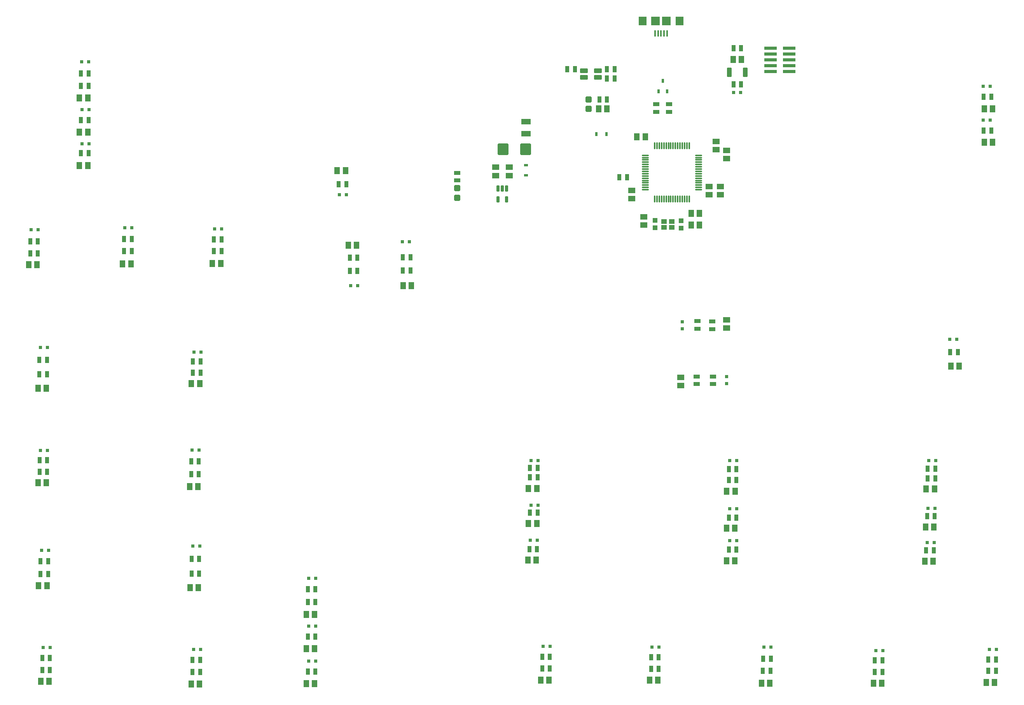
<source format=gtp>
G04*
G04 #@! TF.GenerationSoftware,Altium Limited,Altium Designer,19.1.7 (138)*
G04*
G04 Layer_Color=8421504*
%FSAX25Y25*%
%MOIN*%
G70*
G01*
G75*
%ADD20O,0.06299X0.01181*%
%ADD21O,0.01181X0.06299*%
%ADD22R,0.02480X0.03268*%
G04:AMPARAMS|DCode=23|XSize=49.21mil|YSize=39.37mil|CornerRadius=2.95mil|HoleSize=0mil|Usage=FLASHONLY|Rotation=180.000|XOffset=0mil|YOffset=0mil|HoleType=Round|Shape=RoundedRectangle|*
%AMROUNDEDRECTD23*
21,1,0.04921,0.03347,0,0,180.0*
21,1,0.04331,0.03937,0,0,180.0*
1,1,0.00591,-0.02165,0.01673*
1,1,0.00591,0.02165,0.01673*
1,1,0.00591,0.02165,-0.01673*
1,1,0.00591,-0.02165,-0.01673*
%
%ADD23ROUNDEDRECTD23*%
G04:AMPARAMS|DCode=24|XSize=39.37mil|YSize=78.74mil|CornerRadius=2.95mil|HoleSize=0mil|Usage=FLASHONLY|Rotation=180.000|XOffset=0mil|YOffset=0mil|HoleType=Round|Shape=RoundedRectangle|*
%AMROUNDEDRECTD24*
21,1,0.03937,0.07284,0,0,180.0*
21,1,0.03347,0.07874,0,0,180.0*
1,1,0.00591,-0.01673,0.03642*
1,1,0.00591,0.01673,0.03642*
1,1,0.00591,0.01673,-0.03642*
1,1,0.00591,-0.01673,-0.03642*
%
%ADD24ROUNDEDRECTD24*%
G04:AMPARAMS|DCode=25|XSize=55.12mil|YSize=35.43mil|CornerRadius=2.66mil|HoleSize=0mil|Usage=FLASHONLY|Rotation=270.000|XOffset=0mil|YOffset=0mil|HoleType=Round|Shape=RoundedRectangle|*
%AMROUNDEDRECTD25*
21,1,0.05512,0.03012,0,0,270.0*
21,1,0.04980,0.03543,0,0,270.0*
1,1,0.00532,-0.01506,-0.02490*
1,1,0.00532,-0.01506,0.02490*
1,1,0.00532,0.01506,0.02490*
1,1,0.00532,0.01506,-0.02490*
%
%ADD25ROUNDEDRECTD25*%
G04:AMPARAMS|DCode=26|XSize=55.12mil|YSize=35.43mil|CornerRadius=2.66mil|HoleSize=0mil|Usage=FLASHONLY|Rotation=180.000|XOffset=0mil|YOffset=0mil|HoleType=Round|Shape=RoundedRectangle|*
%AMROUNDEDRECTD26*
21,1,0.05512,0.03012,0,0,180.0*
21,1,0.04980,0.03543,0,0,180.0*
1,1,0.00532,-0.02490,0.01506*
1,1,0.00532,0.02490,0.01506*
1,1,0.00532,0.02490,-0.01506*
1,1,0.00532,-0.02490,-0.01506*
%
%ADD26ROUNDEDRECTD26*%
%ADD27R,0.07480X0.07480*%
%ADD28R,0.07087X0.07480*%
%ADD29R,0.01575X0.05315*%
%ADD30R,0.11000X0.02900*%
%ADD31R,0.08000X0.04500*%
%ADD32R,0.02362X0.03543*%
G04:AMPARAMS|DCode=33|XSize=51.18mil|YSize=51.18mil|CornerRadius=5.12mil|HoleSize=0mil|Usage=FLASHONLY|Rotation=90.000|XOffset=0mil|YOffset=0mil|HoleType=Round|Shape=RoundedRectangle|*
%AMROUNDEDRECTD33*
21,1,0.05118,0.04095,0,0,90.0*
21,1,0.04095,0.05118,0,0,90.0*
1,1,0.01024,0.02047,0.02047*
1,1,0.01024,0.02047,-0.02047*
1,1,0.01024,-0.02047,-0.02047*
1,1,0.01024,-0.02047,0.02047*
%
%ADD33ROUNDEDRECTD33*%
G04:AMPARAMS|DCode=34|XSize=39.37mil|YSize=66.93mil|CornerRadius=3.94mil|HoleSize=0mil|Usage=FLASHONLY|Rotation=270.000|XOffset=0mil|YOffset=0mil|HoleType=Round|Shape=RoundedRectangle|*
%AMROUNDEDRECTD34*
21,1,0.03937,0.05906,0,0,270.0*
21,1,0.03150,0.06693,0,0,270.0*
1,1,0.00787,-0.02953,-0.01575*
1,1,0.00787,-0.02953,0.01575*
1,1,0.00787,0.02953,0.01575*
1,1,0.00787,0.02953,-0.01575*
%
%ADD34ROUNDEDRECTD34*%
G04:AMPARAMS|DCode=35|XSize=90.55mil|YSize=98.43mil|CornerRadius=6.79mil|HoleSize=0mil|Usage=FLASHONLY|Rotation=180.000|XOffset=0mil|YOffset=0mil|HoleType=Round|Shape=RoundedRectangle|*
%AMROUNDEDRECTD35*
21,1,0.09055,0.08484,0,0,180.0*
21,1,0.07697,0.09843,0,0,180.0*
1,1,0.01358,-0.03848,0.04242*
1,1,0.01358,0.03848,0.04242*
1,1,0.01358,0.03848,-0.04242*
1,1,0.01358,-0.03848,-0.04242*
%
%ADD35ROUNDEDRECTD35*%
%ADD36R,0.03268X0.02480*%
G04:AMPARAMS|DCode=37|XSize=49.21mil|YSize=62.99mil|CornerRadius=4.92mil|HoleSize=0mil|Usage=FLASHONLY|Rotation=180.000|XOffset=0mil|YOffset=0mil|HoleType=Round|Shape=RoundedRectangle|*
%AMROUNDEDRECTD37*
21,1,0.04921,0.05315,0,0,180.0*
21,1,0.03937,0.06299,0,0,180.0*
1,1,0.00984,-0.01968,0.02657*
1,1,0.00984,0.01968,0.02657*
1,1,0.00984,0.01968,-0.02657*
1,1,0.00984,-0.01968,-0.02657*
%
%ADD37ROUNDEDRECTD37*%
G04:AMPARAMS|DCode=38|XSize=49.21mil|YSize=62.99mil|CornerRadius=4.92mil|HoleSize=0mil|Usage=FLASHONLY|Rotation=90.000|XOffset=0mil|YOffset=0mil|HoleType=Round|Shape=RoundedRectangle|*
%AMROUNDEDRECTD38*
21,1,0.04921,0.05315,0,0,90.0*
21,1,0.03937,0.06299,0,0,90.0*
1,1,0.00984,0.02657,0.01968*
1,1,0.00984,0.02657,-0.01968*
1,1,0.00984,-0.02657,-0.01968*
1,1,0.00984,-0.02657,0.01968*
%
%ADD38ROUNDEDRECTD38*%
G04:AMPARAMS|DCode=39|XSize=43.31mil|YSize=39.37mil|CornerRadius=3.94mil|HoleSize=0mil|Usage=FLASHONLY|Rotation=0.000|XOffset=0mil|YOffset=0mil|HoleType=Round|Shape=RoundedRectangle|*
%AMROUNDEDRECTD39*
21,1,0.04331,0.03150,0,0,0.0*
21,1,0.03543,0.03937,0,0,0.0*
1,1,0.00787,0.01772,-0.01575*
1,1,0.00787,-0.01772,-0.01575*
1,1,0.00787,-0.01772,0.01575*
1,1,0.00787,0.01772,0.01575*
%
%ADD39ROUNDEDRECTD39*%
G04:AMPARAMS|DCode=40|XSize=23.62mil|YSize=53.15mil|CornerRadius=1.77mil|HoleSize=0mil|Usage=FLASHONLY|Rotation=180.000|XOffset=0mil|YOffset=0mil|HoleType=Round|Shape=RoundedRectangle|*
%AMROUNDEDRECTD40*
21,1,0.02362,0.04961,0,0,180.0*
21,1,0.02008,0.05315,0,0,180.0*
1,1,0.00354,-0.01004,0.02480*
1,1,0.00354,0.01004,0.02480*
1,1,0.00354,0.01004,-0.02480*
1,1,0.00354,-0.01004,-0.02480*
%
%ADD40ROUNDEDRECTD40*%
G04:AMPARAMS|DCode=41|XSize=27.56mil|YSize=23.62mil|CornerRadius=1.77mil|HoleSize=0mil|Usage=FLASHONLY|Rotation=180.000|XOffset=0mil|YOffset=0mil|HoleType=Round|Shape=RoundedRectangle|*
%AMROUNDEDRECTD41*
21,1,0.02756,0.02008,0,0,180.0*
21,1,0.02402,0.02362,0,0,180.0*
1,1,0.00354,-0.01201,0.01004*
1,1,0.00354,0.01201,0.01004*
1,1,0.00354,0.01201,-0.01004*
1,1,0.00354,-0.01201,-0.01004*
%
%ADD41ROUNDEDRECTD41*%
G04:AMPARAMS|DCode=42|XSize=27.56mil|YSize=23.62mil|CornerRadius=1.77mil|HoleSize=0mil|Usage=FLASHONLY|Rotation=270.000|XOffset=0mil|YOffset=0mil|HoleType=Round|Shape=RoundedRectangle|*
%AMROUNDEDRECTD42*
21,1,0.02756,0.02008,0,0,270.0*
21,1,0.02402,0.02362,0,0,270.0*
1,1,0.00354,-0.01004,-0.01201*
1,1,0.00354,-0.01004,0.01201*
1,1,0.00354,0.01004,0.01201*
1,1,0.00354,0.01004,-0.01201*
%
%ADD42ROUNDEDRECTD42*%
D20*
X0580165Y0493236D02*
D03*
Y0495205D02*
D03*
Y0497173D02*
D03*
Y0499142D02*
D03*
Y0501110D02*
D03*
Y0503079D02*
D03*
Y0505047D02*
D03*
Y0507016D02*
D03*
Y0508984D02*
D03*
Y0510953D02*
D03*
Y0512921D02*
D03*
Y0514890D02*
D03*
Y0516858D02*
D03*
Y0518827D02*
D03*
Y0520795D02*
D03*
Y0522764D02*
D03*
X0625835D02*
D03*
Y0520795D02*
D03*
Y0518827D02*
D03*
Y0516858D02*
D03*
Y0514890D02*
D03*
Y0512921D02*
D03*
Y0510953D02*
D03*
Y0508984D02*
D03*
Y0507016D02*
D03*
Y0505047D02*
D03*
Y0503079D02*
D03*
Y0501110D02*
D03*
Y0499142D02*
D03*
Y0497173D02*
D03*
Y0495205D02*
D03*
Y0493236D02*
D03*
D21*
X0588236Y0530835D02*
D03*
X0590205D02*
D03*
X0592173D02*
D03*
X0594142D02*
D03*
X0596110D02*
D03*
X0598079D02*
D03*
X0600047D02*
D03*
X0602016D02*
D03*
X0603984D02*
D03*
X0605953D02*
D03*
X0607921D02*
D03*
X0609890D02*
D03*
X0611858D02*
D03*
X0613827D02*
D03*
X0615795D02*
D03*
X0617764D02*
D03*
Y0485165D02*
D03*
X0615795D02*
D03*
X0613827D02*
D03*
X0611858D02*
D03*
X0609890D02*
D03*
X0607921D02*
D03*
X0605953D02*
D03*
X0603984D02*
D03*
X0602016D02*
D03*
X0600047D02*
D03*
X0598079D02*
D03*
X0596110D02*
D03*
X0594142D02*
D03*
X0592173D02*
D03*
X0590205D02*
D03*
X0588236D02*
D03*
D22*
X0538110Y0541000D02*
D03*
X0546890D02*
D03*
D23*
X0602846Y0460941D02*
D03*
Y0466059D02*
D03*
X0596153D02*
D03*
Y0460941D02*
D03*
D24*
X0652307Y0594000D02*
D03*
X0665693D02*
D03*
D25*
X0067213Y0251429D02*
D03*
X0060716D02*
D03*
X0198500Y0079510D02*
D03*
X0192004D02*
D03*
X0060716Y0261252D02*
D03*
X0067213D02*
D03*
X0192004Y0090000D02*
D03*
X0198500D02*
D03*
X0067098Y0334929D02*
D03*
X0060602D02*
D03*
X0197689Y0164096D02*
D03*
X0191193D02*
D03*
X0060602Y0347252D02*
D03*
X0067098D02*
D03*
X0191193Y0176585D02*
D03*
X0197689D02*
D03*
X0068098Y0163596D02*
D03*
X0061602D02*
D03*
X0198736Y0336262D02*
D03*
X0192240D02*
D03*
X0061602Y0174585D02*
D03*
X0068098D02*
D03*
X0192240Y0345919D02*
D03*
X0198736D02*
D03*
X0297213Y0109841D02*
D03*
X0290717D02*
D03*
X0297213Y0079840D02*
D03*
X0290717D02*
D03*
X0069598Y0081429D02*
D03*
X0063102D02*
D03*
X0197236Y0249262D02*
D03*
X0190740D02*
D03*
X0063102Y0091752D02*
D03*
X0069598D02*
D03*
X0297213Y0139596D02*
D03*
X0290717D02*
D03*
X0190740Y0260419D02*
D03*
X0197236D02*
D03*
X0290717Y0150585D02*
D03*
X0297213D02*
D03*
X0828213Y0213381D02*
D03*
X0821716D02*
D03*
X0827500Y0184000D02*
D03*
X0821004D02*
D03*
X0498248Y0082596D02*
D03*
X0491752D02*
D03*
X0828713Y0245526D02*
D03*
X0822217D02*
D03*
X0491752Y0092585D02*
D03*
X0498248D02*
D03*
X0822217Y0253801D02*
D03*
X0828713D02*
D03*
X0591598Y0082262D02*
D03*
X0585102D02*
D03*
Y0092419D02*
D03*
X0591598D02*
D03*
X0658236Y0212037D02*
D03*
X0651740D02*
D03*
X0658236Y0184714D02*
D03*
X0651740D02*
D03*
X0658236Y0244360D02*
D03*
X0651740D02*
D03*
X0687496Y0080510D02*
D03*
X0681000D02*
D03*
X0681252Y0091000D02*
D03*
X0687748D02*
D03*
X0651740Y0253467D02*
D03*
X0658236D02*
D03*
X0841539Y0354090D02*
D03*
X0848035D02*
D03*
X0487736Y0216158D02*
D03*
X0481240D02*
D03*
X0783496Y0079510D02*
D03*
X0777000D02*
D03*
Y0089500D02*
D03*
X0783496D02*
D03*
X0487236Y0184815D02*
D03*
X0480740D02*
D03*
X0487736Y0246471D02*
D03*
X0481240D02*
D03*
Y0254523D02*
D03*
X0487736D02*
D03*
X0880748Y0080500D02*
D03*
X0874252D02*
D03*
X0874216Y0090252D02*
D03*
X0880713D02*
D03*
X0372252Y0424000D02*
D03*
X0378748D02*
D03*
X0333248Y0435000D02*
D03*
X0326752D02*
D03*
X0378799Y0435197D02*
D03*
X0372303D02*
D03*
X0326752Y0423500D02*
D03*
X0333248D02*
D03*
X0102748Y0553000D02*
D03*
X0096252D02*
D03*
X0059213Y0438500D02*
D03*
X0052716D02*
D03*
X0102748Y0524500D02*
D03*
X0096252D02*
D03*
X0052752Y0449000D02*
D03*
X0059248D02*
D03*
X0102748Y0582343D02*
D03*
X0096252D02*
D03*
Y0593000D02*
D03*
X0102748D02*
D03*
X0139713Y0440500D02*
D03*
X0133217D02*
D03*
X0133252Y0451000D02*
D03*
X0139748D02*
D03*
X0870252Y0544000D02*
D03*
X0876748D02*
D03*
X0870252Y0572840D02*
D03*
X0876748D02*
D03*
X0216713Y0440500D02*
D03*
X0210216D02*
D03*
X0210252Y0450500D02*
D03*
X0216748D02*
D03*
X0323748Y0498000D02*
D03*
X0317252D02*
D03*
X0540829Y0570783D02*
D03*
X0547325D02*
D03*
X0662248Y0583500D02*
D03*
X0655752D02*
D03*
X0662248Y0614500D02*
D03*
X0655752D02*
D03*
X0564500Y0504000D02*
D03*
X0558004D02*
D03*
X0547252Y0596500D02*
D03*
X0553748D02*
D03*
X0513252D02*
D03*
X0519748D02*
D03*
X0547252Y0588500D02*
D03*
X0553748D02*
D03*
D26*
X0637429Y0373787D02*
D03*
Y0380283D02*
D03*
X0624096Y0333098D02*
D03*
Y0326602D02*
D03*
X0625000Y0380496D02*
D03*
Y0374000D02*
D03*
X0638085Y0326602D02*
D03*
Y0333098D02*
D03*
X0589649Y0566573D02*
D03*
Y0560077D02*
D03*
X0600649Y0566573D02*
D03*
Y0560077D02*
D03*
X0419000Y0501252D02*
D03*
Y0507748D02*
D03*
D27*
X0598355Y0637954D02*
D03*
X0588906D02*
D03*
D28*
X0609379D02*
D03*
X0577883D02*
D03*
D29*
X0598749Y0627423D02*
D03*
X0588513D02*
D03*
X0596190D02*
D03*
X0593631D02*
D03*
X0591072D02*
D03*
D30*
X0703500Y0594500D02*
D03*
X0687500D02*
D03*
X0703500Y0599500D02*
D03*
X0687500D02*
D03*
X0703500Y0604500D02*
D03*
X0687500D02*
D03*
X0703500Y0609500D02*
D03*
X0687500D02*
D03*
X0703500Y0614500D02*
D03*
X0687500D02*
D03*
D31*
X0478000Y0541250D02*
D03*
Y0551750D02*
D03*
D32*
X0595200Y0586550D02*
D03*
X0598940Y0577495D02*
D03*
X0591460D02*
D03*
D33*
X0531577Y0562515D02*
D03*
Y0570783D02*
D03*
X0419000Y0486366D02*
D03*
Y0494634D02*
D03*
D34*
X0539405Y0589547D02*
D03*
Y0595453D02*
D03*
X0527595D02*
D03*
Y0589547D02*
D03*
D35*
X0477646Y0528000D02*
D03*
X0458354D02*
D03*
D36*
X0478000Y0505610D02*
D03*
Y0514390D02*
D03*
D37*
X0059476Y0242000D02*
D03*
X0066524D02*
D03*
X0190764Y0069415D02*
D03*
X0197811D02*
D03*
X0059362Y0323000D02*
D03*
X0066409D02*
D03*
X0189953Y0152000D02*
D03*
X0197000D02*
D03*
X0059976Y0153500D02*
D03*
X0067024D02*
D03*
X0191000Y0327000D02*
D03*
X0198047D02*
D03*
X0289476Y0099500D02*
D03*
X0296524D02*
D03*
X0289476Y0069500D02*
D03*
X0296524D02*
D03*
X0289476Y0129000D02*
D03*
X0296524D02*
D03*
X0061862Y0071500D02*
D03*
X0068909D02*
D03*
X0189453Y0238500D02*
D03*
X0196500D02*
D03*
X0820476Y0204000D02*
D03*
X0827524D02*
D03*
X0819764Y0174797D02*
D03*
X0826811D02*
D03*
X0820976Y0236500D02*
D03*
X0828024D02*
D03*
X0490453Y0072500D02*
D03*
X0497500D02*
D03*
X0583862D02*
D03*
X0590909D02*
D03*
X0649953Y0203000D02*
D03*
X0657000D02*
D03*
X0649953Y0175000D02*
D03*
X0657000D02*
D03*
X0649976Y0234500D02*
D03*
X0657024D02*
D03*
X0679760Y0069915D02*
D03*
X0686807D02*
D03*
X0849276Y0342000D02*
D03*
X0842228D02*
D03*
X0479976Y0207000D02*
D03*
X0487024D02*
D03*
X0479476Y0175500D02*
D03*
X0486524D02*
D03*
X0479976Y0237000D02*
D03*
X0487024D02*
D03*
X0775760Y0069915D02*
D03*
X0782807D02*
D03*
X0872476Y0070500D02*
D03*
X0879524D02*
D03*
X0379524Y0411000D02*
D03*
X0372476D02*
D03*
X0325476Y0445500D02*
D03*
X0332524D02*
D03*
X0095012Y0542500D02*
D03*
X0102059D02*
D03*
X0095012Y0514000D02*
D03*
X0102059D02*
D03*
X0095012Y0572000D02*
D03*
X0102059D02*
D03*
X0051476Y0429000D02*
D03*
X0058524D02*
D03*
X0131976Y0429500D02*
D03*
X0139024D02*
D03*
X0877988Y0534000D02*
D03*
X0870941D02*
D03*
X0877988Y0562500D02*
D03*
X0870941D02*
D03*
X0208976Y0430000D02*
D03*
X0216024D02*
D03*
X0315976Y0509500D02*
D03*
X0323024D02*
D03*
X0540030Y0562783D02*
D03*
X0547077D02*
D03*
X0662500Y0605000D02*
D03*
X0655453D02*
D03*
X0626476Y0463000D02*
D03*
X0619429D02*
D03*
X0626500Y0473000D02*
D03*
X0619453D02*
D03*
X0572976Y0538500D02*
D03*
X0580024D02*
D03*
D38*
X0650000Y0381524D02*
D03*
Y0374476D02*
D03*
X0610500Y0325362D02*
D03*
Y0332409D02*
D03*
X0650000Y0519976D02*
D03*
Y0527024D02*
D03*
X0579000Y0470024D02*
D03*
Y0462976D02*
D03*
X0568500Y0485476D02*
D03*
Y0492524D02*
D03*
X0641000Y0534524D02*
D03*
Y0527476D02*
D03*
X0635000Y0496024D02*
D03*
Y0488976D02*
D03*
X0644500Y0496024D02*
D03*
Y0488976D02*
D03*
X0452000Y0512500D02*
D03*
Y0505453D02*
D03*
X0463500Y0512500D02*
D03*
Y0505453D02*
D03*
D39*
X0588500Y0466799D02*
D03*
Y0460500D02*
D03*
X0611000Y0460350D02*
D03*
Y0466650D02*
D03*
D40*
X0461174Y0494303D02*
D03*
X0457434D02*
D03*
X0453694D02*
D03*
Y0484972D02*
D03*
X0461174D02*
D03*
D41*
X0875122Y0099000D02*
D03*
X0881106D02*
D03*
X0777906Y0097915D02*
D03*
X0783890D02*
D03*
X0681906Y0100915D02*
D03*
X0687890D02*
D03*
X0586008Y0101000D02*
D03*
X0591992D02*
D03*
X0492508Y0101500D02*
D03*
X0498492D02*
D03*
X0482146Y0261000D02*
D03*
X0488130D02*
D03*
X0481508Y0192500D02*
D03*
X0487492D02*
D03*
X0482146Y0222636D02*
D03*
X0488130D02*
D03*
X0823122Y0261000D02*
D03*
X0829106D02*
D03*
X0822622Y0220080D02*
D03*
X0828606D02*
D03*
X0821909Y0190700D02*
D03*
X0827894D02*
D03*
X0652646Y0192247D02*
D03*
X0658630D02*
D03*
X0652646Y0219569D02*
D03*
X0658630D02*
D03*
X0652646Y0261000D02*
D03*
X0658630D02*
D03*
X0875842Y0553000D02*
D03*
X0869858D02*
D03*
X0875842Y0582000D02*
D03*
X0869858D02*
D03*
X0291622Y0160000D02*
D03*
X0297606D02*
D03*
X0291622Y0089000D02*
D03*
X0297606D02*
D03*
X0291622Y0119000D02*
D03*
X0297606D02*
D03*
X0193146Y0354000D02*
D03*
X0199130D02*
D03*
X0062508Y0184000D02*
D03*
X0068492D02*
D03*
X0191646Y0270000D02*
D03*
X0197630D02*
D03*
X0064008Y0100500D02*
D03*
X0069992D02*
D03*
X0192098Y0187500D02*
D03*
X0198083D02*
D03*
X0061508Y0358000D02*
D03*
X0067492D02*
D03*
X0847130Y0365000D02*
D03*
X0841146D02*
D03*
X0318008Y0489000D02*
D03*
X0323992D02*
D03*
X0327508Y0411000D02*
D03*
X0333492D02*
D03*
X0377992Y0448500D02*
D03*
X0372008D02*
D03*
X0211008Y0459500D02*
D03*
X0216992D02*
D03*
X0134008Y0460500D02*
D03*
X0139992D02*
D03*
X0053508Y0459000D02*
D03*
X0059492D02*
D03*
X0097158Y0532500D02*
D03*
X0103142D02*
D03*
X0097158Y0562000D02*
D03*
X0103142D02*
D03*
X0097008Y0603000D02*
D03*
X0102992D02*
D03*
X0067606Y0269500D02*
D03*
X0061622D02*
D03*
X0198894Y0098915D02*
D03*
X0192909D02*
D03*
X0656000Y0576500D02*
D03*
X0661984D02*
D03*
D42*
X0650000Y0327016D02*
D03*
Y0333000D02*
D03*
X0611870Y0379984D02*
D03*
Y0374000D02*
D03*
M02*

</source>
